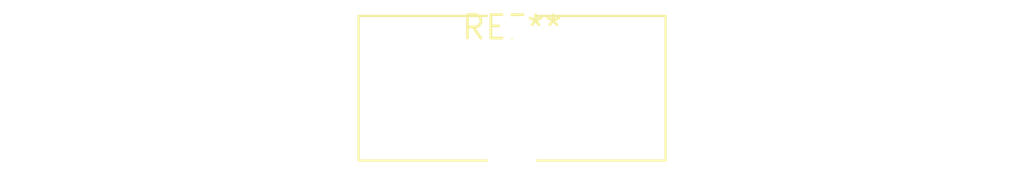
<source format=kicad_pcb>
(kicad_pcb (version 20240108) (generator pcbnew)
  (layers (0 "F.Cu" signal) (31 "B.Cu" signal) (34 "B.Paste" user) (35 "F.Paste" user) (36 "B.SilkS" user "B.Silkscreen") (37 "F.SilkS" user "F.Silkscreen") (38 "B.Mask" user) (39 "F.Mask" user) (44 "Edge.Cuts" user))
  (net 0 "")
  (footprint "L_Toroid_Vertical_L16.4mm_W7.6mm_P6.60mm_Vishay_TJ3" (layer "F.Cu") (at 0 0)
    (property "Reference" "REF**")
    (property "Value" "L_Toroid_Vertical_L16.4mm_W7.6mm_P6.60mm_Vishay_TJ3")
    (fp_line (start -8.32 -0.62) (end -8.32 7.22) (layer "F.SilkS") (stroke (width 0.12)))
    (fp_line (start -8.32 -0.62) (end -1.35 -0.62) (layer "F.SilkS") (stroke (width 0.12)))
    (fp_line (start -8.32 7.22) (end -1.35 7.22) (layer "F.SilkS") (stroke (width 0.12)))
    (fp_line (start 1.35 -0.62) (end 8.32 -0.62) (layer "F.SilkS") (stroke (width 0.12)))
    (fp_line (start 1.35 7.22) (end 8.32 7.22) (layer "F.SilkS") (stroke (width 0.12)))
    (fp_line (start 8.32 -0.62) (end 8.32 7.22) (layer "F.SilkS") (stroke (width 0.12)))
    (pad "1" thru_hole circle (at 0 0) (size 2.4 2.4) (drill 1.2) (layers *.Cu *.Mask) (remove_unused_layers))
    (pad "2" thru_hole circle (at 0 6.6) (size 2.4 2.4) (drill 1.2) (layers *.Cu *.Mask) (remove_unused_layers))
  )
)
</source>
